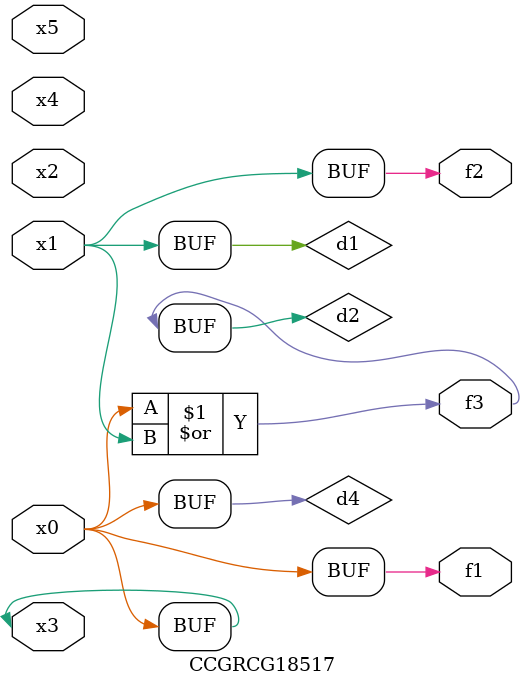
<source format=v>
module CCGRCG18517(
	input x0, x1, x2, x3, x4, x5,
	output f1, f2, f3
);

	wire d1, d2, d3, d4;

	and (d1, x1);
	or (d2, x0, x1);
	nand (d3, x0, x5);
	buf (d4, x0, x3);
	assign f1 = d4;
	assign f2 = d1;
	assign f3 = d2;
endmodule

</source>
